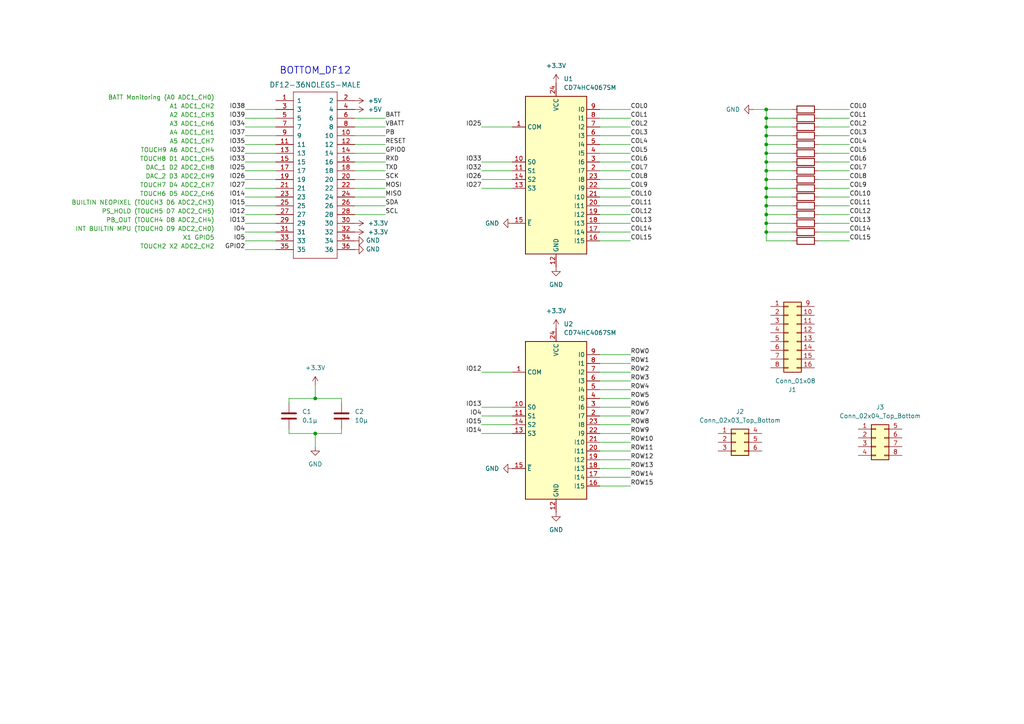
<source format=kicad_sch>
(kicad_sch (version 20230121) (generator eeschema)
  (paper "A4")
  (lib_symbols
    (symbol "74xx:CD74HC4067SM"
      (property "Reference" "U" (at -8.89 22.86 0))
      (property "Value" "CD74HC4067SM" (at 1.27 22.86 0))
      (symbol "CD74HC4067SM_0_1"
        (rectangle (start -8.89 21.59) (end 8.89 -24.13) (stroke (width 0.254)) (fill (type background)))
      )
      (symbol "CD74HC4067SM_1_1"
        (pin passive line (at -12.7 12.7 0) (length 3.81) (name "COM") (number "1"))
        (pin input line (at -12.7 2.54 0) (length 3.81) (name "S0") (number "10"))
        (pin input line (at -12.7 0 0) (length 3.81) (name "S1") (number "11"))
        (pin power_in line (at 0 -27.94 90) (length 3.81) (name "GND") (number "12"))
        (pin input line (at -12.7 -5.08 0) (length 3.81) (name "S3") (number "13"))
        (pin input line (at -12.7 -2.54 0) (length 3.81) (name "S2") (number "14"))
        (pin input line (at -12.7 -15.24 0) (length 3.81) (name "~{E}") (number "15"))
        (pin passive line (at 12.7 -20.32 180) (length 3.81) (name "I15") (number "16"))
        (pin passive line (at 12.7 -17.78 180) (length 3.81) (name "I14") (number "17"))
        (pin passive line (at 12.7 -15.24 180) (length 3.81) (name "I13") (number "18"))
        (pin passive line (at 12.7 -12.7 180) (length 3.81) (name "I12") (number "19"))
        (pin passive line (at 12.7 0 180) (length 3.81) (name "I7") (number "2"))
        (pin passive line (at 12.7 -10.16 180) (length 3.81) (name "I11") (number "20"))
        (pin passive line (at 12.7 -7.62 180) (length 3.81) (name "I10") (number "21"))
        (pin passive line (at 12.7 -5.08 180) (length 3.81) (name "I9") (number "22"))
        (pin passive line (at 12.7 -2.54 180) (length 3.81) (name "I8") (number "23"))
        (pin power_in line (at 0 25.4 270) (length 3.81) (name "VCC") (number "24"))
        (pin passive line (at 12.7 2.54 180) (length 3.81) (name "I6") (number "3"))
        (pin passive line (at 12.7 5.08 180) (length 3.81) (name "I5") (number "4"))
        (pin passive line (at 12.7 7.62 180) (length 3.81) (name "I4") (number "5"))
        (pin passive line (at 12.7 10.16 180) (length 3.81) (name "I3") (number "6"))
        (pin passive line (at 12.7 12.7 180) (length 3.81) (name "I2") (number "7"))
        (pin passive line (at 12.7 15.24 180) (length 3.81) (name "I1") (number "8"))
        (pin passive line (at 12.7 17.78 180) (length 3.81) (name "I0") (number "9"))
      )
    )
    (symbol "Connector_Generic:Conn_02x03_Top_Bottom" (pin_names (offset 1.016) hide)
      (property "Reference" "J" (at 1.27 5.08 0))
      (property "Value" "Conn_02x03_Top_Bottom" (at 1.27 -5.08 0))
      (symbol "Conn_02x03_Top_Bottom_1_1"
        (rectangle (start -1.27 -2.413) (end 0 -2.667) (stroke (width 0.1524)))
        (rectangle (start -1.27 0.127) (end 0 -0.127) (stroke (width 0.1524)))
        (rectangle (start -1.27 2.667) (end 0 2.413) (stroke (width 0.1524)))
        (rectangle (start -1.27 3.81) (end 3.81 -3.81) (stroke (width 0.254)) (fill (type background)))
        (rectangle (start 3.81 -2.413) (end 2.54 -2.667) (stroke (width 0.1524)))
        (rectangle (start 3.81 0.127) (end 2.54 -0.127) (stroke (width 0.1524)))
        (rectangle (start 3.81 2.667) (end 2.54 2.413) (stroke (width 0.1524)))
        (pin passive line (at -5.08 2.54 0) (length 3.81) (name "Pin_1") (number "1"))
        (pin passive line (at -5.08 0 0) (length 3.81) (name "Pin_2") (number "2"))
        (pin passive line (at -5.08 -2.54 0) (length 3.81) (name "Pin_3") (number "3"))
        (pin passive line (at 7.62 2.54 180) (length 3.81) (name "Pin_4") (number "4"))
        (pin passive line (at 7.62 0 180) (length 3.81) (name "Pin_5") (number "5"))
        (pin passive line (at 7.62 -2.54 180) (length 3.81) (name "Pin_6") (number "6"))
      )
    )
    (symbol "Connector_Generic:Conn_02x04_Top_Bottom" (pin_names (offset 1.016) hide)
      (property "Reference" "J" (at 1.27 5.08 0))
      (property "Value" "Conn_02x04_Top_Bottom" (at 1.27 -7.62 0))
      (symbol "Conn_02x04_Top_Bottom_1_1"
        (rectangle (start -1.27 -4.953) (end 0 -5.207) (stroke (width 0.1524)))
        (rectangle (start -1.27 -2.413) (end 0 -2.667) (stroke (width 0.1524)))
        (rectangle (start -1.27 0.127) (end 0 -0.127) (stroke (width 0.1524)))
        (rectangle (start -1.27 2.667) (end 0 2.413) (stroke (width 0.1524)))
        (rectangle (start -1.27 3.81) (end 3.81 -6.35) (stroke (width 0.254)) (fill (type background)))
        (rectangle (start 3.81 -4.953) (end 2.54 -5.207) (stroke (width 0.1524)))
        (rectangle (start 3.81 -2.413) (end 2.54 -2.667) (stroke (width 0.1524)))
        (rectangle (start 3.81 0.127) (end 2.54 -0.127) (stroke (width 0.1524)))
        (rectangle (start 3.81 2.667) (end 2.54 2.413) (stroke (width 0.1524)))
        (pin passive line (at -5.08 2.54 0) (length 3.81) (name "Pin_1") (number "1"))
        (pin passive line (at -5.08 0 0) (length 3.81) (name "Pin_2") (number "2"))
        (pin passive line (at -5.08 -2.54 0) (length 3.81) (name "Pin_3") (number "3"))
        (pin passive line (at -5.08 -5.08 0) (length 3.81) (name "Pin_4") (number "4"))
        (pin passive line (at 7.62 2.54 180) (length 3.81) (name "Pin_5") (number "5"))
        (pin passive line (at 7.62 0 180) (length 3.81) (name "Pin_6") (number "6"))
        (pin passive line (at 7.62 -2.54 180) (length 3.81) (name "Pin_7") (number "7"))
        (pin passive line (at 7.62 -5.08 180) (length 3.81) (name "Pin_8") (number "8"))
      )
    )
    (symbol "Connector_Generic:Conn_02x08_Top_Bottom" (pin_names (offset 1.016) hide)
      (property "Reference" "J" (at 1.27 10.16 0))
      (property "Value" "Conn_02x08_Top_Bottom" (at 1.27 -12.7 0))
      (symbol "Conn_02x08_Top_Bottom_1_1"
        (rectangle (start -1.27 -10.033) (end 0 -10.287) (stroke (width 0.1524)))
        (rectangle (start -1.27 -7.493) (end 0 -7.747) (stroke (width 0.1524)))
        (rectangle (start -1.27 -4.953) (end 0 -5.207) (stroke (width 0.1524)))
        (rectangle (start -1.27 -2.413) (end 0 -2.667) (stroke (width 0.1524)))
        (rectangle (start -1.27 0.127) (end 0 -0.127) (stroke (width 0.1524)))
        (rectangle (start -1.27 2.667) (end 0 2.413) (stroke (width 0.1524)))
        (rectangle (start -1.27 5.207) (end 0 4.953) (stroke (width 0.1524)))
        (rectangle (start -1.27 7.747) (end 0 7.493) (stroke (width 0.1524)))
        (rectangle (start -1.27 8.89) (end 3.81 -11.43) (stroke (width 0.254)) (fill (type background)))
        (rectangle (start 3.81 -10.033) (end 2.54 -10.287) (stroke (width 0.1524)))
        (rectangle (start 3.81 -7.493) (end 2.54 -7.747) (stroke (width 0.1524)))
        (rectangle (start 3.81 -4.953) (end 2.54 -5.207) (stroke (width 0.1524)))
        (rectangle (start 3.81 -2.413) (end 2.54 -2.667) (stroke (width 0.1524)))
        (rectangle (start 3.81 0.127) (end 2.54 -0.127) (stroke (width 0.1524)))
        (rectangle (start 3.81 2.667) (end 2.54 2.413) (stroke (width 0.1524)))
        (rectangle (start 3.81 5.207) (end 2.54 4.953) (stroke (width 0.1524)))
        (rectangle (start 3.81 7.747) (end 2.54 7.493) (stroke (width 0.1524)))
        (pin passive line (at -5.08 7.62 0) (length 3.81) (name "Pin_1") (number "1"))
        (pin passive line (at 7.62 5.08 180) (length 3.81) (name "Pin_10") (number "10"))
        (pin passive line (at 7.62 2.54 180) (length 3.81) (name "Pin_11") (number "11"))
        (pin passive line (at 7.62 0 180) (length 3.81) (name "Pin_12") (number "12"))
        (pin passive line (at 7.62 -2.54 180) (length 3.81) (name "Pin_13") (number "13"))
        (pin passive line (at 7.62 -5.08 180) (length 3.81) (name "Pin_14") (number "14"))
        (pin passive line (at 7.62 -7.62 180) (length 3.81) (name "Pin_15") (number "15"))
        (pin passive line (at 7.62 -10.16 180) (length 3.81) (name "Pin_16") (number "16"))
        (pin passive line (at -5.08 5.08 0) (length 3.81) (name "Pin_2") (number "2"))
        (pin passive line (at -5.08 2.54 0) (length 3.81) (name "Pin_3") (number "3"))
        (pin passive line (at -5.08 0 0) (length 3.81) (name "Pin_4") (number "4"))
        (pin passive line (at -5.08 -2.54 0) (length 3.81) (name "Pin_5") (number "5"))
        (pin passive line (at -5.08 -5.08 0) (length 3.81) (name "Pin_6") (number "6"))
        (pin passive line (at -5.08 -7.62 0) (length 3.81) (name "Pin_7") (number "7"))
        (pin passive line (at -5.08 -10.16 0) (length 3.81) (name "Pin_8") (number "8"))
        (pin passive line (at 7.62 7.62 180) (length 3.81) (name "Pin_9") (number "9"))
      )
    )
    (symbol "Device:C" (pin_numbers hide) (pin_names (offset 0.254))
      (property "Reference" "C" (at 0.635 2.54 0))
      (property "Value" "C" (at 0.635 -2.54 0))
      (symbol "C_0_1"
        (polyline (pts (xy -2.032 -0.762) (xy 2.032 -0.762)) (stroke (width 0.508)))
        (polyline (pts (xy -2.032 0.762) (xy 2.032 0.762)) (stroke (width 0.508)))
      )
      (symbol "C_1_1"
        (pin passive line (at 0 3.81 270) (length 2.794) (name "~") (number "1"))
        (pin passive line (at 0 -3.81 90) (length 2.794) (name "~") (number "2"))
      )
    )
    (symbol "Device:R" (pin_numbers hide) (pin_names (offset 0))
      (property "Reference" "R" (at 2.032 0 90))
      (property "Value" "R" (at 0 0 90))
      (symbol "R_0_1"
        (rectangle (start -1.016 -2.54) (end 1.016 2.54) (stroke (width 0.254)))
      )
      (symbol "R_1_1"
        (pin passive line (at 0 3.81 270) (length 1.27) (name "~") (number "1"))
        (pin passive line (at 0 -3.81 90) (length 1.27) (name "~") (number "2"))
      )
    )
    (symbol "MovuinoBaseShield-rescue:DF12-36NOLEGS-MALE-V0.99.3-ESP12-3-mech-eagle-import" (pin_names (offset 1.016))
      (property "Reference" "J" (at -5.08 21.59 0))
      (property "Value" "V0.99.3-ESP12-3-mech-eagle-import_DF12-36NOLEGS-MALE" (at -5.08 -30.48 0))
      (symbol "DF12-36NOLEGS-MALE-V0.99.3-ESP12-3-mech-eagle-import_1_0"
        (polyline (pts (xy -5.08 -27.94) (xy 7.62 -27.94)))
        (polyline (pts (xy -5.08 20.32) (xy -5.08 -27.94)))
        (polyline (pts (xy 7.62 -27.94) (xy 7.62 20.32)))
        (polyline (pts (xy 7.62 20.32) (xy -5.08 20.32)))
        (pin bidirectional line (at -10.16 17.78 0) (length 5.08) (name "1") (number "1"))
        (pin bidirectional line (at 12.7 7.62 180) (length 5.08) (name "10") (number "10"))
        (pin bidirectional line (at -10.16 5.08 0) (length 5.08) (name "11") (number "11"))
        (pin bidirectional line (at 12.7 5.08 180) (length 5.08) (name "12") (number "12"))
        (pin bidirectional line (at -10.16 2.54 0) (length 5.08) (name "13") (number "13"))
        (pin bidirectional line (at 12.7 2.54 180) (length 5.08) (name "14") (number "14"))
        (pin bidirectional line (at -10.16 0 0) (length 5.08) (name "15") (number "15"))
        (pin bidirectional line (at 12.7 0 180) (length 5.08) (name "16") (number "16"))
        (pin bidirectional line (at -10.16 -2.54 0) (length 5.08) (name "17") (number "17"))
        (pin bidirectional line (at 12.7 -2.54 180) (length 5.08) (name "18") (number "18"))
        (pin bidirectional line (at -10.16 -5.08 0) (length 5.08) (name "19") (number "19"))
        (pin bidirectional line (at 12.7 17.78 180) (length 5.08) (name "2") (number "2"))
        (pin bidirectional line (at 12.7 -5.08 180) (length 5.08) (name "20") (number "20"))
        (pin bidirectional line (at -10.16 -7.62 0) (length 5.08) (name "21") (number "21"))
        (pin bidirectional line (at 12.7 -7.62 180) (length 5.08) (name "22") (number "22"))
        (pin bidirectional line (at -10.16 -10.16 0) (length 5.08) (name "23") (number "23"))
        (pin bidirectional line (at 12.7 -10.16 180) (length 5.08) (name "24") (number "24"))
        (pin bidirectional line (at -10.16 -12.7 0) (length 5.08) (name "25") (number "25"))
        (pin bidirectional line (at 12.7 -12.7 180) (length 5.08) (name "26") (number "26"))
        (pin bidirectional line (at -10.16 -15.24 0) (length 5.08) (name "27") (number "27"))
        (pin bidirectional line (at 12.7 -15.24 180) (length 5.08) (name "28") (number "28"))
        (pin bidirectional line (at -10.16 -17.78 0) (length 5.08) (name "29") (number "29"))
        (pin bidirectional line (at -10.16 15.24 0) (length 5.08) (name "3") (number "3"))
        (pin bidirectional line (at 12.7 -17.78 180) (length 5.08) (name "30") (number "30"))
        (pin bidirectional line (at -10.16 -20.32 0) (length 5.08) (name "31") (number "31"))
        (pin bidirectional line (at 12.7 -20.32 180) (length 5.08) (name "32") (number "32"))
        (pin bidirectional line (at -10.16 -22.86 0) (length 5.08) (name "33") (number "33"))
        (pin bidirectional line (at 12.7 -22.86 180) (length 5.08) (name "34") (number "34"))
        (pin bidirectional line (at -10.16 -25.4 0) (length 5.08) (name "35") (number "35"))
        (pin bidirectional line (at 12.7 -25.4 180) (length 5.08) (name "36") (number "36"))
        (pin bidirectional line (at 12.7 15.24 180) (length 5.08) (name "4") (number "4"))
        (pin bidirectional line (at -10.16 12.7 0) (length 5.08) (name "5") (number "5"))
        (pin bidirectional line (at 12.7 12.7 180) (length 5.08) (name "6") (number "6"))
        (pin bidirectional line (at -10.16 10.16 0) (length 5.08) (name "7") (number "7"))
        (pin bidirectional line (at 12.7 10.16 180) (length 5.08) (name "8") (number "8"))
        (pin bidirectional line (at -10.16 7.62 0) (length 5.08) (name "9") (number "9"))
      )
    )
    (symbol "power:+3.3V" (power) (pin_names (offset 0))
      (property "Value" "+3.3V" (at 0 3.556 0))
      (symbol "+3.3V_0_1"
        (polyline (pts (xy -0.762 1.27) (xy 0 2.54)))
        (polyline (pts (xy 0 0) (xy 0 2.54)))
        (polyline (pts (xy 0 2.54) (xy 0.762 1.27)))
      )
      (symbol "+3.3V_1_1"
        (pin power_in line (at 0 0 90) (length 0) hide (name "+3.3V") (number "1"))
      )
    )
    (symbol "power:+5V" (power) (pin_names (offset 0))
      (property "Value" "+5V" (at 0 3.556 0))
      (symbol "+5V_0_1"
        (polyline (pts (xy -0.762 1.27) (xy 0 2.54)))
        (polyline (pts (xy 0 0) (xy 0 2.54)))
        (polyline (pts (xy 0 2.54) (xy 0.762 1.27)))
      )
      (symbol "+5V_1_1"
        (pin power_in line (at 0 0 90) (length 0) hide (name "+5V") (number "1"))
      )
    )
    (symbol "power:GND" (power) (pin_names (offset 0))
      (property "Value" "GND" (at 0 -3.81 0))
      (symbol "GND_0_1"
        (polyline (pts (xy 0 0) (xy 0 -1.27) (xy 1.27 -1.27) (xy 0 -2.54) (xy -1.27 -1.27) (xy 0 -1.27)))
      )
      (symbol "GND_1_1"
        (pin power_in line (at 0 0 270) (length 0) hide (name "GND") (number "1"))
      )
    )
  )
  (junction (at 222.25 41.91))
  (junction (at 91.44 125.73))
  (junction (at 222.25 46.99))
  (junction (at 222.25 34.29))
  (junction (at 222.25 44.45))
  (junction (at 222.25 31.75))
  (junction (at 222.25 54.61))
  (junction (at 222.25 49.53))
  (junction (at 222.25 62.23))
  (junction (at 222.25 36.83))
  (junction (at 222.25 39.37))
  (junction (at 222.25 59.69))
  (junction (at 91.44 115.57))
  (junction (at 222.25 57.15))
  (junction (at 222.25 52.07))
  (junction (at 222.25 64.77))
  (junction (at 222.25 67.31))
  (wire (pts (xy 173.99 54.61) (xy 182.88 54.61)))
  (wire (pts (xy 237.49 34.29) (xy 246.38 34.29)))
  (wire (pts (xy 80.01 34.29) (xy 71.12 34.29)))
  (wire (pts (xy 148.59 125.73) (xy 139.7 125.73)))
  (wire (pts (xy 222.25 57.15) (xy 229.87 57.15)))
  (wire (pts (xy 173.99 46.99) (xy 182.88 46.99)))
  (wire (pts (xy 222.25 67.31) (xy 222.25 69.85)))
  (wire (pts (xy 229.87 49.53) (xy 222.25 49.53)))
  (wire (pts (xy 83.82 125.73) (xy 83.82 124.46)))
  (wire (pts (xy 222.25 59.69) (xy 229.87 59.69)))
  (wire (pts (xy 173.99 31.75) (xy 182.88 31.75)))
  (wire (pts (xy 148.59 118.11) (xy 139.7 118.11)))
  (wire (pts (xy 148.59 49.53) (xy 139.7 49.53)))
  (wire (pts (xy 80.01 49.53) (xy 71.12 49.53)))
  (wire (pts (xy 222.25 49.53) (xy 222.25 52.07)))
  (wire (pts (xy 222.25 54.61) (xy 229.87 54.61)))
  (wire (pts (xy 173.99 118.11) (xy 182.88 118.11)))
  (wire (pts (xy 222.25 46.99) (xy 222.25 49.53)))
  (wire (pts (xy 222.25 64.77) (xy 229.87 64.77)))
  (wire (pts (xy 173.99 107.95) (xy 182.88 107.95)))
  (wire (pts (xy 173.99 113.03) (xy 182.88 113.03)))
  (wire (pts (xy 173.99 128.27) (xy 182.88 128.27)))
  (wire (pts (xy 173.99 133.35) (xy 182.88 133.35)))
  (wire (pts (xy 148.59 123.19) (xy 139.7 123.19)))
  (wire (pts (xy 80.01 44.45) (xy 71.12 44.45)))
  (wire (pts (xy 102.87 57.15) (xy 111.76 57.15)))
  (wire (pts (xy 222.25 39.37) (xy 229.87 39.37)))
  (wire (pts (xy 80.01 31.75) (xy 71.12 31.75)))
  (wire (pts (xy 222.25 41.91) (xy 222.25 44.45)))
  (wire (pts (xy 102.87 39.37) (xy 111.76 39.37)))
  (wire (pts (xy 222.25 44.45) (xy 222.25 46.99)))
  (wire (pts (xy 218.44 31.75) (xy 222.25 31.75)))
  (wire (pts (xy 237.49 44.45) (xy 246.38 44.45)))
  (wire (pts (xy 237.49 36.83) (xy 246.38 36.83)))
  (wire (pts (xy 237.49 59.69) (xy 246.38 59.69)))
  (wire (pts (xy 80.01 69.85) (xy 71.12 69.85)))
  (wire (pts (xy 173.99 138.43) (xy 182.88 138.43)))
  (wire (pts (xy 102.87 34.29) (xy 111.76 34.29)))
  (wire (pts (xy 222.25 69.85) (xy 229.87 69.85)))
  (wire (pts (xy 222.25 52.07) (xy 229.87 52.07)))
  (wire (pts (xy 222.25 34.29) (xy 222.25 36.83)))
  (wire (pts (xy 237.49 54.61) (xy 246.38 54.61)))
  (wire (pts (xy 237.49 49.53) (xy 246.38 49.53)))
  (wire (pts (xy 80.01 52.07) (xy 71.12 52.07)))
  (wire (pts (xy 222.25 34.29) (xy 229.87 34.29)))
  (wire (pts (xy 222.25 39.37) (xy 222.25 41.91)))
  (wire (pts (xy 173.99 34.29) (xy 182.88 34.29)))
  (wire (pts (xy 80.01 39.37) (xy 71.12 39.37)))
  (wire (pts (xy 222.25 44.45) (xy 229.87 44.45)))
  (wire (pts (xy 148.59 54.61) (xy 139.7 54.61)))
  (wire (pts (xy 80.01 67.31) (xy 71.12 67.31)))
  (wire (pts (xy 80.01 41.91) (xy 71.12 41.91)))
  (wire (pts (xy 99.06 124.46) (xy 99.06 125.73)))
  (wire (pts (xy 173.99 36.83) (xy 182.88 36.83)))
  (wire (pts (xy 173.99 115.57) (xy 182.88 115.57)))
  (wire (pts (xy 80.01 54.61) (xy 71.12 54.61)))
  (wire (pts (xy 173.99 135.89) (xy 182.88 135.89)))
  (wire (pts (xy 173.99 105.41) (xy 182.88 105.41)))
  (wire (pts (xy 173.99 62.23) (xy 182.88 62.23)))
  (wire (pts (xy 102.87 46.99) (xy 111.76 46.99)))
  (wire (pts (xy 173.99 39.37) (xy 182.88 39.37)))
  (wire (pts (xy 173.99 102.87) (xy 182.88 102.87)))
  (wire (pts (xy 80.01 57.15) (xy 71.12 57.15)))
  (wire (pts (xy 91.44 111.76) (xy 91.44 115.57)))
  (wire (pts (xy 237.49 31.75) (xy 246.38 31.75)))
  (wire (pts (xy 237.49 69.85) (xy 246.38 69.85)))
  (wire (pts (xy 229.87 31.75) (xy 222.25 31.75)))
  (wire (pts (xy 222.25 67.31) (xy 229.87 67.31)))
  (wire (pts (xy 173.99 64.77) (xy 182.88 64.77)))
  (wire (pts (xy 80.01 72.39) (xy 71.12 72.39)))
  (wire (pts (xy 102.87 36.83) (xy 111.76 36.83)))
  (wire (pts (xy 222.25 52.07) (xy 222.25 54.61)))
  (wire (pts (xy 80.01 64.77) (xy 71.12 64.77)))
  (wire (pts (xy 173.99 59.69) (xy 182.88 59.69)))
  (wire (pts (xy 102.87 41.91) (xy 111.76 41.91)))
  (wire (pts (xy 83.82 115.57) (xy 91.44 115.57)))
  (wire (pts (xy 99.06 115.57) (xy 99.06 116.84)))
  (wire (pts (xy 173.99 110.49) (xy 182.88 110.49)))
  (wire (pts (xy 222.25 41.91) (xy 229.87 41.91)))
  (wire (pts (xy 91.44 125.73) (xy 83.82 125.73)))
  (wire (pts (xy 237.49 62.23) (xy 246.38 62.23)))
  (wire (pts (xy 237.49 52.07) (xy 246.38 52.07)))
  (wire (pts (xy 237.49 41.91) (xy 246.38 41.91)))
  (wire (pts (xy 222.25 46.99) (xy 229.87 46.99)))
  (wire (pts (xy 102.87 59.69) (xy 111.76 59.69)))
  (wire (pts (xy 173.99 52.07) (xy 182.88 52.07)))
  (wire (pts (xy 148.59 120.65) (xy 139.7 120.65)))
  (wire (pts (xy 222.25 31.75) (xy 222.25 34.29)))
  (wire (pts (xy 148.59 36.83) (xy 139.7 36.83)))
  (wire (pts (xy 173.99 120.65) (xy 182.88 120.65)))
  (wire (pts (xy 80.01 36.83) (xy 71.12 36.83)))
  (wire (pts (xy 222.25 36.83) (xy 222.25 39.37)))
  (wire (pts (xy 222.25 54.61) (xy 222.25 57.15)))
  (wire (pts (xy 91.44 129.54) (xy 91.44 125.73)))
  (wire (pts (xy 173.99 41.91) (xy 182.88 41.91)))
  (wire (pts (xy 102.87 49.53) (xy 111.76 49.53)))
  (wire (pts (xy 222.25 64.77) (xy 222.25 67.31)))
  (wire (pts (xy 173.99 49.53) (xy 182.88 49.53)))
  (wire (pts (xy 222.25 62.23) (xy 229.87 62.23)))
  (wire (pts (xy 102.87 52.07) (xy 111.76 52.07)))
  (wire (pts (xy 148.59 46.99) (xy 139.7 46.99)))
  (wire (pts (xy 222.25 57.15) (xy 222.25 59.69)))
  (wire (pts (xy 173.99 123.19) (xy 182.88 123.19)))
  (wire (pts (xy 102.87 54.61) (xy 111.76 54.61)))
  (wire (pts (xy 99.06 125.73) (xy 91.44 125.73)))
  (wire (pts (xy 173.99 57.15) (xy 182.88 57.15)))
  (wire (pts (xy 173.99 67.31) (xy 182.88 67.31)))
  (wire (pts (xy 173.99 125.73) (xy 182.88 125.73)))
  (wire (pts (xy 222.25 59.69) (xy 222.25 62.23)))
  (wire (pts (xy 80.01 59.69) (xy 71.12 59.69)))
  (wire (pts (xy 148.59 52.07) (xy 139.7 52.07)))
  (wire (pts (xy 173.99 130.81) (xy 182.88 130.81)))
  (wire (pts (xy 237.49 46.99) (xy 246.38 46.99)))
  (wire (pts (xy 91.44 115.57) (xy 99.06 115.57)))
  (wire (pts (xy 173.99 140.97) (xy 182.88 140.97)))
  (wire (pts (xy 222.25 36.83) (xy 229.87 36.83)))
  (wire (pts (xy 173.99 44.45) (xy 182.88 44.45)))
  (wire (pts (xy 148.59 107.95) (xy 139.7 107.95)))
  (wire (pts (xy 237.49 39.37) (xy 246.38 39.37)))
  (wire (pts (xy 80.01 62.23) (xy 71.12 62.23)))
  (wire (pts (xy 173.99 69.85) (xy 182.88 69.85)))
  (wire (pts (xy 237.49 57.15) (xy 246.38 57.15)))
  (wire (pts (xy 237.49 67.31) (xy 246.38 67.31)))
  (wire (pts (xy 80.01 46.99) (xy 71.12 46.99)))
  (wire (pts (xy 237.49 64.77) (xy 246.38 64.77)))
  (wire (pts (xy 102.87 44.45) (xy 111.76 44.45)))
  (wire (pts (xy 83.82 116.84) (xy 83.82 115.57)))
  (wire (pts (xy 102.87 62.23) (xy 111.76 62.23)))
  (wire (pts (xy 222.25 62.23) (xy 222.25 64.77)))
  (text "TOUCH6 D5 ADC2_CH6" (at 62.23 57.15 0) (effects (font (size 1.27 1.27)) (justify right bottom)))
  (text "DAC_2 D3 ADC2_CH9" (at 62.23 52.07 0) (effects (font (size 1.27 1.27)) (justify right bottom)))
  (text "INT BUILTIN MPU (TOUCH0 D9 ADC2_CH0)" (at 62.23 67.31 0) (effects (font (size 1.27 1.27)) (justify right bottom)))
  (text "A2 ADC1_CH3" (at 62.23 34.29 0) (effects (font (size 1.27 1.27)) (justify right bottom)))
  (text "TOUCH9 A6 ADC1_CH4" (at 62.23 44.45 0) (effects (font (size 1.27 1.27)) (justify right bottom)))
  (text "A4 ADC1_CH1" (at 62.23 39.37 0) (effects (font (size 1.27 1.27)) (justify right bottom)))
  (text "A1 ADC1_CH2" (at 62.23 31.75 0) (effects (font (size 1.27 1.27)) (justify right bottom)))
  (text "A3 ADC1_CH6" (at 62.23 36.83 0) (effects (font (size 1.27 1.27)) (justify right bottom)))
  (text " TOUCH2 X2 ADC2_CH2" (at 62.23 72.39 0) (effects (font (size 1.27 1.27)) (justify right bottom)))
  (text "X1 GPIO5" (at 62.23 69.85 0) (effects (font (size 1.27 1.27)) (justify right bottom)))
  (text "TOUCH7 D4 ADC2_CH7" (at 62.23 54.61 0) (effects (font (size 1.27 1.27)) (justify right bottom)))
  (text "TOUCH8 D1 ADC1_CH5" (at 62.23 46.99 0) (effects (font (size 1.27 1.27)) (justify right bottom)))
  (text "A5 ADC1_CH7" (at 62.23 41.91 0) (effects (font (size 1.27 1.27)) (justify right bottom)))
  (text "PB_OUT (TOUCH4 D8 ADC2_CH4)" (at 62.23 64.77 0) (effects (font (size 1.27 1.27)) (justify right bottom)))
  (text "BATT Monitoring (A0 ADC1_CH0)" (at 62.23 29.21 0) (effects (font (size 1.27 1.27)) (justify right bottom)))
  (text "BUILTIN NEOPIXEL (TOUCH3 D6 ADC2_CH3)" (at 62.23 59.69 0) (effects (font (size 1.27 1.27)) (justify right bottom)))
  (text "DAC_1 D2 ADC2_CH8" (at 62.23 49.53 0) (effects (font (size 1.27 1.27)) (justify right bottom)))
  (text "PS_HOLD (TOUCH5 D7 ADC2_CH5)" (at 62.23 62.23 0) (effects (font (size 1.27 1.27)) (justify right bottom)))
  (label "GPIO0" (at 111.76 44.45 0))
  (label "COL13" (at 182.88 64.77 0))
  (label "IO12" (at 139.7 107.95 180))
  (label "RXD" (at 111.76 46.99 0))
  (label "COL5" (at 246.38 44.45 0))
  (label "IO14" (at 139.7 125.73 180))
  (label "MOSI" (at 111.76 54.61 0))
  (label "COL1" (at 246.38 34.29 0))
  (label "COL13" (at 246.38 64.77 0))
  (label "COL4" (at 182.88 41.91 0))
  (label "ROW7" (at 182.88 120.65 0))
  (label "IO14" (at 71.12 57.15 180))
  (label "IO35" (at 71.12 41.91 180))
  (label "IO13" (at 139.7 118.11 180))
  (label "ROW13" (at 182.88 135.89 0))
  (label "ROW1" (at 182.88 105.41 0))
  (label "IO32" (at 71.12 44.45 180))
  (label "COL2" (at 182.88 36.83 0))
  (label "IO26" (at 71.12 52.07 180))
  (label "COL8" (at 246.38 52.07 0))
  (label "COL15" (at 182.88 69.85 0))
  (label "COL5" (at 182.88 44.45 0))
  (label "VBATT" (at 111.76 36.83 0))
  (label "COL2" (at 246.38 36.83 0))
  (label "COL3" (at 182.88 39.37 0))
  (label "COL14" (at 246.38 67.31 0))
  (label "IO37" (at 71.12 39.37 180))
  (label "IO34" (at 71.12 36.83 180))
  (label "COL6" (at 182.88 46.99 0))
  (label "COL6" (at 246.38 46.99 0))
  (label "IO13" (at 71.12 64.77 180))
  (label "GPIO2" (at 71.12 72.39 180))
  (label "IO25" (at 139.7 36.83 180))
  (label "ROW14" (at 182.88 138.43 0))
  (label "IO15" (at 71.12 59.69 180))
  (label "IO33" (at 139.7 46.99 180))
  (label "IO25" (at 71.12 49.53 180))
  (label "COL10" (at 246.38 57.15 0))
  (label "COL12" (at 182.88 62.23 0))
  (label "ROW12" (at 182.88 133.35 0))
  (label "RESET" (at 111.76 41.91 0))
  (label "IO27" (at 71.12 54.61 180))
  (label "BATT" (at 111.76 34.29 0))
  (label "IO27" (at 139.7 54.61 180))
  (label "IO4" (at 139.7 120.65 180))
  (label "ROW6" (at 182.88 118.11 0))
  (label "MISO" (at 111.76 57.15 0))
  (label "COL15" (at 246.38 69.85 0))
  (label "ROW5" (at 182.88 115.57 0))
  (label "IO4" (at 71.12 67.31 180))
  (label "COL7" (at 182.88 49.53 0))
  (label "ROW10" (at 182.88 128.27 0))
  (label "ROW2" (at 182.88 107.95 0))
  (label "COL1" (at 182.88 34.29 0))
  (label "COL11" (at 246.38 59.69 0))
  (label "IO26" (at 139.7 52.07 180))
  (label "COL11" (at 182.88 59.69 0))
  (label "SCK" (at 111.76 52.07 0))
  (label "ROW0" (at 182.88 102.87 0))
  (label "COL4" (at 246.38 41.91 0))
  (label "COL7" (at 246.38 49.53 0))
  (label "COL0" (at 246.38 31.75 0))
  (label "ROW3" (at 182.88 110.49 0))
  (label "IO5" (at 71.12 69.85 180))
  (label "ROW8" (at 182.88 123.19 0))
  (label "COL14" (at 182.88 67.31 0))
  (label "COL9" (at 182.88 54.61 0))
  (label "ROW9" (at 182.88 125.73 0))
  (label "COL3" (at 246.38 39.37 0))
  (label "ROW4" (at 182.88 113.03 0))
  (label "IO32" (at 139.7 49.53 180))
  (label "IO12" (at 71.12 62.23 180))
  (label "ROW11" (at 182.88 130.81 0))
  (label "ROW15" (at 182.88 140.97 0))
  (label "COL8" (at 182.88 52.07 0))
  (label "TXD" (at 111.76 49.53 0))
  (label "COL0" (at 182.88 31.75 0))
  (label "IO33" (at 71.12 46.99 180))
  (label "IO39" (at 71.12 34.29 180))
  (label "IO15" (at 139.7 123.19 180))
  (label "SCL" (at 111.76 62.23 0))
  (label "COL12" (at 246.38 62.23 0))
  (label "IO38" (at 71.12 31.75 180))
  (label "COL10" (at 182.88 57.15 0))
  (label "PB" (at 111.76 39.37 0))
  (label "COL9" (at 246.38 54.61 0))
  (label "SDA" (at 111.76 59.69 0))
  (symbol (lib_id "MovuinoBaseShield-rescue:DF12-36NOLEGS-MALE-V0.99.3-ESP12-3-mech-eagle-import") (at 90.17 46.99 0) (unit 1)
    (property "Reference" "BOTTOM_DF12" (at 91.44 20.32 0) (effects (font (size 2 2))))
    (property "Value" "DF12-36NOLEGS-MALE" (at 91.44 24.6126 0) (effects (font (size 1.4986 1.4986))))
    (property "Footprint" "MovuinoESP8266:DF12-36-DP-NL" (effects hide))
  )
  (symbol (lib_id "Device:R") (at 233.68 64.77 90) (unit 1)
    (property "Reference" "R14" (effects hide))
    (property "Footprint" "Resistor_THT:R_Axial_DIN0207_L6.3mm_D2.5mm_P7.62mm_Horizontal" (effects hide))
  )
  (symbol (lib_id "Device:R") (at 233.68 34.29 90) (unit 1)
    (property "Reference" "R2" (effects hide))
    (property "Footprint" "Resistor_THT:R_Axial_DIN0207_L6.3mm_D2.5mm_P7.62mm_Horizontal" (effects hide))
  )
  (symbol (lib_id "Device:R") (at 233.68 69.85 90) (unit 1)
    (property "Reference" "R16" (effects hide))
    (property "Footprint" "Resistor_THT:R_Axial_DIN0207_L6.3mm_D2.5mm_P7.62mm_Horizontal" (effects hide))
  )
  (symbol (lib_id "Device:R") (at 233.68 67.31 90) (unit 1)
    (property "Reference" "R15" (effects hide))
    (property "Footprint" "Resistor_THT:R_Axial_DIN0207_L6.3mm_D2.5mm_P7.62mm_Horizontal" (effects hide))
  )
  (symbol (lib_id "Device:R") (at 233.68 59.69 90) (unit 1)
    (property "Reference" "R12" (effects hide))
    (property "Footprint" "Resistor_THT:R_Axial_DIN0207_L6.3mm_D2.5mm_P7.62mm_Horizontal" (effects hide))
  )
  (symbol (lib_id "power:GND") (at 161.29 148.59 0) (unit 1)
    (property "Reference" "#PWR012" (effects hide))
    (property "Value" "GND" (at 161.29 153.67 0))
  )
  (symbol (lib_id "power:GND") (at 91.44 129.54 0) (unit 1)
    (property "Reference" "#PWR015" (effects hide))
    (property "Value" "GND" (at 91.44 134.62 0))
  )
  (symbol (lib_id "power:+5V") (at 102.87 29.21 270) (unit 1)
    (property "Reference" "#PWR01" (effects hide))
    (property "Value" "+5V" (at 106.68 29.21 90) (effects (justify left)))
  )
  (symbol (lib_id "Device:C") (at 99.06 120.65 0) (unit 1)
    (property "Reference" "C2" (at 102.87 119.38 0) (effects (justify left)))
    (property "Value" "10µ" (at 102.87 121.92 0) (effects (justify left)))
    (property "Footprint" "Capacitor_SMD:C_0603_1608Metric_Pad1.08x0.95mm_HandSolder" (effects hide))
  )
  (symbol (lib_id "power:GND") (at 102.87 72.39 90) (unit 1)
    (property "Reference" "#PWR06" (effects hide))
    (property "Value" "GND" (at 106.1212 72.263 90) (effects (justify right)))
  )
  (symbol (lib_id "Device:R") (at 233.68 46.99 90) (unit 1)
    (property "Reference" "R7" (effects hide))
    (property "Footprint" "Resistor_THT:R_Axial_DIN0207_L6.3mm_D2.5mm_P7.62mm_Horizontal" (effects hide))
  )
  (symbol (lib_id "Device:R") (at 233.68 52.07 90) (unit 1)
    (property "Reference" "R9" (effects hide))
    (property "Footprint" "Resistor_THT:R_Axial_DIN0207_L6.3mm_D2.5mm_P7.62mm_Horizontal" (effects hide))
  )
  (symbol (lib_id "Device:R") (at 233.68 36.83 90) (unit 1)
    (property "Reference" "R3" (effects hide))
    (property "Footprint" "Resistor_THT:R_Axial_DIN0207_L6.3mm_D2.5mm_P7.62mm_Horizontal" (effects hide))
  )
  (symbol (lib_id "power:+5V") (at 102.87 31.75 270) (unit 1)
    (property "Reference" "#PWR02" (effects hide))
    (property "Value" "+5V" (at 106.68 31.75 90) (effects (justify left)))
  )
  (symbol (lib_id "Device:R") (at 233.68 54.61 90) (unit 1)
    (property "Reference" "R10" (effects hide))
    (property "Footprint" "Resistor_THT:R_Axial_DIN0207_L6.3mm_D2.5mm_P7.62mm_Horizontal" (effects hide))
  )
  (symbol (lib_id "Connector_Generic:Conn_02x03_Top_Bottom") (at 213.36 128.27 0) (unit 1)
    (property "Reference" "J2" (at 214.63 119.38 0))
    (property "Value" "Conn_02x03_Top_Bottom" (at 214.63 121.92 0))
    (property "Footprint" "Connector_PinHeader_2.54mm:PinHeader_2x03_P2.54mm_Vertical_SMD" (effects hide))
  )
  (symbol (lib_id "Device:R") (at 233.68 57.15 90) (unit 1)
    (property "Reference" "R11" (effects hide))
    (property "Footprint" "Resistor_THT:R_Axial_DIN0207_L6.3mm_D2.5mm_P7.62mm_Horizontal" (effects hide))
  )
  (symbol (lib_id "power:+3.3V") (at 161.29 24.13 0) (unit 1)
    (property "Reference" "#PWR09" (effects hide))
    (property "Value" "+3.3V" (at 161.29 19.05 0))
  )
  (symbol (lib_id "Device:R") (at 233.68 62.23 90) (unit 1)
    (property "Reference" "R13" (effects hide))
    (property "Footprint" "Resistor_THT:R_Axial_DIN0207_L6.3mm_D2.5mm_P7.62mm_Horizontal" (effects hide))
  )
  (symbol (lib_id "power:+3.3V") (at 161.29 95.25 0) (unit 1)
    (property "Reference" "#PWR011" (effects hide))
    (property "Value" "+3.3V" (at 161.29 90.17 0))
  )
  (symbol (lib_id "power:+3.3V") (at 91.44 111.76 0) (unit 1)
    (property "Reference" "#PWR014" (effects hide))
    (property "Value" "+3.3V" (at 91.44 106.68 0))
  )
  (symbol (lib_id "Device:R") (at 233.68 41.91 90) (unit 1)
    (property "Reference" "R5" (effects hide))
    (property "Footprint" "Resistor_THT:R_Axial_DIN0207_L6.3mm_D2.5mm_P7.62mm_Horizontal" (effects hide))
  )
  (symbol (lib_id "74xx:CD74HC4067SM") (at 161.29 120.65 0) (unit 1)
    (property "Reference" "U2" (at 163.4841 93.98 0) (effects (justify left)))
    (property "Value" "CD74HC4067SM" (at 163.4841 96.52 0) (effects (justify left)))
    (property "Footprint" "Package_SO:SSOP-24_5.3x8.2mm_P0.65mm" (effects hide))
    (property "Datasheet" "http://www.ti.com/lit/ds/symlink/cd74hc4067.pdf" (effects hide))
  )
  (symbol (lib_id "Device:R") (at 233.68 49.53 90) (unit 1)
    (property "Reference" "R8" (effects hide))
    (property "Footprint" "Resistor_THT:R_Axial_DIN0207_L6.3mm_D2.5mm_P7.62mm_Horizontal" (effects hide))
  )
  (symbol (lib_id "Device:C") (at 83.82 120.65 0) (unit 1)
    (property "Reference" "C1" (at 87.63 119.38 0) (effects (justify left)))
    (property "Value" "0.1µ" (at 87.63 121.92 0) (effects (justify left)))
    (property "Footprint" "Capacitor_SMD:C_0603_1608Metric_Pad1.08x0.95mm_HandSolder" (effects hide))
  )
  (symbol (lib_id "Connector_Generic:Conn_02x04_Top_Bottom") (at 254 127 0) (unit 1)
    (property "Reference" "J3" (at 255.27 118.11 0))
    (property "Value" "Conn_02x04_Top_Bottom" (at 255.27 120.65 0))
    (property "Footprint" "Connector_PinHeader_2.54mm:PinHeader_2x04_P2.54mm_Vertical_SMD" (effects hide))
  )
  (symbol (lib_id "Connector_Generic:Conn_02x08_Top_Bottom") (at 228.6 96.52 0) (unit 1)
    (property "Reference" "J1" (at 228.6 113.03 0) (effects (justify left)))
    (property "Value" "Conn_01x08" (at 224.79 110.49 0) (effects (justify left)))
    (property "Footprint" "Connector_PinHeader_2.54mm:PinHeader_2x08_P2.54mm_Vertical_SMD" (effects hide))
  )
  (symbol (lib_id "74xx:CD74HC4067SM") (at 161.29 49.53 0) (unit 1)
    (property "Reference" "U1" (at 163.4841 22.86 0) (effects (justify left)))
    (property "Value" "CD74HC4067SM" (at 163.4841 25.4 0) (effects (justify left)))
    (property "Footprint" "Package_SO:SSOP-24_5.3x8.2mm_P0.65mm" (effects hide))
    (property "Datasheet" "http://www.ti.com/lit/ds/symlink/cd74hc4067.pdf" (effects hide))
  )
  (symbol (lib_id "power:GND") (at 148.59 135.89 270) (unit 1)
    (property "Reference" "#PWR010" (effects hide))
    (property "Value" "GND" (at 144.78 135.89 90) (effects (justify right)))
  )
  (symbol (lib_id "power:+3.3V") (at 102.87 67.31 270) (unit 1)
    (property "Reference" "#PWR04" (effects hide))
    (property "Value" "+3.3V" (at 106.68 67.31 90) (effects (justify left)))
  )
  (symbol (lib_id "power:GND") (at 218.44 31.75 270) (unit 1)
    (property "Reference" "#PWR013" (effects hide))
    (property "Value" "GND" (at 214.63 31.75 90) (effects (justify right)))
  )
  (symbol (lib_id "power:GND") (at 148.59 64.77 270) (unit 1)
    (property "Reference" "#PWR08" (effects hide))
    (property "Value" "GND" (at 144.78 64.77 90) (effects (justify right)))
  )
  (symbol (lib_id "Device:R") (at 233.68 44.45 90) (unit 1)
    (property "Reference" "R6" (effects hide))
    (property "Footprint" "Resistor_THT:R_Axial_DIN0207_L6.3mm_D2.5mm_P7.62mm_Horizontal" (effects hide))
  )
  (symbol (lib_id "power:GND") (at 161.29 77.47 0) (unit 1)
    (property "Reference" "#PWR07" (effects hide))
    (property "Value" "GND" (at 161.29 82.55 0))
  )
  (symbol (lib_id "Device:R") (at 233.68 39.37 90) (unit 1)
    (property "Reference" "R4" (effects hide))
    (property "Footprint" "Resistor_THT:R_Axial_DIN0207_L6.3mm_D2.5mm_P7.62mm_Horizontal" (effects hide))
  )
  (symbol (lib_id "power:+3.3V") (at 102.87 64.77 270) (unit 1)
    (property "Reference" "#PWR03" (effects hide))
    (property "Value" "+3.3V" (at 106.68 64.77 90) (effects (justify left)))
  )
  (symbol (lib_id "power:GND") (at 102.87 69.85 90) (unit 1)
    (property "Reference" "#PWR05" (effects hide))
    (property "Value" "GND" (at 106.1212 69.723 90) (effects (justify right)))
  )
  (symbol (lib_id "Device:R") (at 233.68 31.75 90) (unit 1)
    (property "Reference" "R1" (effects hide))
    (property "Footprint" "Resistor_THT:R_Axial_DIN0207_L6.3mm_D2.5mm_P7.62mm_Horizontal" (effects hide))
  )
)
</source>
